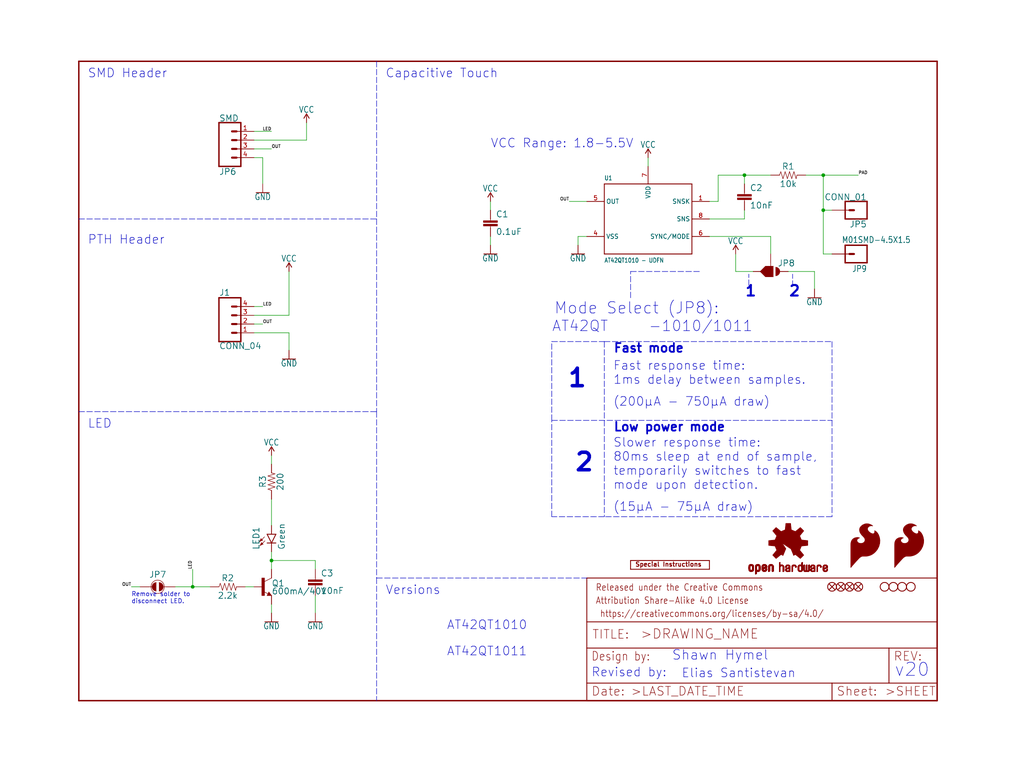
<source format=kicad_sch>
(kicad_sch (version 20211123) (generator eeschema)
  (paper "User" 297.002 223.926)
  (lib_symbols
    (symbol "eagleSchem-eagle-import:0.1UF-0603-25V-(+80{slash}-20%)"
      (property "Reference" "C" (at 1.524 2.921 0))
      (property "Value" "0.1UF-0603-25V-(+80{slash}-20%)" (at 1.524 -2.159 0))
      (symbol "0.1UF-0603-25V-(+80{slash}-20%)_1_0"
        (pin passive line (at 0 5.08 270) (length 2.54) (name "1") (number "1"))
        (pin passive line (at 0 -2.54 90) (length 2.54) (name "2") (number "2"))
      )
    )
    (symbol "eagleSchem-eagle-import:10KOHM-0603-1{slash}10W-1%"
      (property "Reference" "R" (at 0 1.524 0))
      (property "Value" "10KOHM-0603-1{slash}10W-1%" (at 0 -1.524 0))
      (symbol "10KOHM-0603-1{slash}10W-1%_1_0"
        (pin passive line (at -5.08 0 0) (length 2.54) (name "1") (number "1"))
        (pin passive line (at 5.08 0 180) (length 2.54) (name "2") (number "2"))
      )
    )
    (symbol "eagleSchem-eagle-import:10NF-0603-50V-10%"
      (property "Reference" "C" (at 1.524 2.921 0))
      (property "Value" "10NF-0603-50V-10%" (at 1.524 -2.159 0))
      (symbol "10NF-0603-50V-10%_1_0"
        (pin passive line (at 0 5.08 270) (length 2.54) (name "1") (number "1"))
        (pin passive line (at 0 -2.54 90) (length 2.54) (name "2") (number "2"))
      )
    )
    (symbol "eagleSchem-eagle-import:2.2KOHM-0603-1{slash}10W-1%"
      (property "Reference" "R" (at 0 1.524 0))
      (property "Value" "2.2KOHM-0603-1{slash}10W-1%" (at 0 -1.524 0))
      (symbol "2.2KOHM-0603-1{slash}10W-1%_1_0"
        (pin passive line (at -5.08 0 0) (length 2.54) (name "1") (number "1"))
        (pin passive line (at 5.08 0 180) (length 2.54) (name "2") (number "2"))
      )
    )
    (symbol "eagleSchem-eagle-import:200OHM-0603-1{slash}10W-1%"
      (property "Reference" "R" (at 0 1.524 0))
      (property "Value" "200OHM-0603-1{slash}10W-1%" (at 0 -1.524 0))
      (symbol "200OHM-0603-1{slash}10W-1%_1_0"
        (pin passive line (at -5.08 0 0) (length 2.54) (name "1") (number "1"))
        (pin passive line (at 5.08 0 180) (length 2.54) (name "2") (number "2"))
      )
    )
    (symbol "eagleSchem-eagle-import:AT42QT1010UDFN"
      (property "Value" "AT42QT1010UDFN" (at -12.7 -12.7 0))
      (symbol "AT42QT1010UDFN_1_0"
        (pin bidirectional line (at 17.78 5.08 180) (length 5.08) (name "SNSK") (number "1"))
        (pin bidirectional line (at -17.78 -5.08 0) (length 5.08) (name "VSS") (number "4"))
        (pin bidirectional line (at -17.78 5.08 0) (length 5.08) (name "OUT") (number "5"))
        (pin bidirectional line (at 17.78 -5.08 180) (length 5.08) (name "SYNC/MODE") (number "6"))
        (pin bidirectional line (at 0 15.24 270) (length 5.08) (name "VDD") (number "7"))
        (pin bidirectional line (at 17.78 0 180) (length 5.08) (name "SNS") (number "8"))
      )
    )
    (symbol "eagleSchem-eagle-import:CONN_01"
      (property "Reference" "J" (at -2.54 3.048 0))
      (property "Value" "CONN_01" (at -2.54 -4.826 0))
      (symbol "CONN_01_1_0"
        (pin passive line (at 7.62 0 180) (length 5.08) (name "1") (number "1"))
      )
    )
    (symbol "eagleSchem-eagle-import:CONN_04"
      (property "Reference" "J" (at -5.08 8.128 0))
      (property "Value" "CONN_04" (at -5.08 -7.366 0))
      (symbol "CONN_04_1_0"
        (pin passive line (at 5.08 -2.54 180) (length 5.08) (name "1") (number "1"))
        (pin passive line (at 5.08 0 180) (length 5.08) (name "2") (number "2"))
        (pin passive line (at 5.08 2.54 180) (length 5.08) (name "3") (number "3"))
        (pin passive line (at 5.08 5.08 180) (length 5.08) (name "4") (number "4"))
      )
    )
    (symbol "eagleSchem-eagle-import:CONN_04SMD"
      (property "Reference" "J" (at -5.08 8.128 0))
      (property "Value" "CONN_04SMD" (at -5.08 -7.366 0))
      (symbol "CONN_04SMD_1_0"
        (pin passive line (at 5.08 -2.54 180) (length 5.08) (name "1") (number "1"))
        (pin passive line (at 5.08 0 180) (length 5.08) (name "2") (number "2"))
        (pin passive line (at 5.08 2.54 180) (length 5.08) (name "3") (number "3"))
        (pin passive line (at 5.08 5.08 180) (length 5.08) (name "4") (number "4"))
      )
    )
    (symbol "eagleSchem-eagle-import:FIDUCIAL1X2")
    (symbol "eagleSchem-eagle-import:FRAME-LETTER"
      (symbol "FRAME-LETTER_2_0"
        (text " https://creativecommons.org/licenses/by-sa/4.0/" (at 2.54 24.13 0) (effects (font (size 1.9304 1.6408)) (justify left bottom)))
        (text ">DRAWING_NAME" (at 15.494 17.78 0) (effects (font (size 2.7432 2.7432)) (justify left bottom)))
        (text ">LAST_DATE_TIME" (at 12.7 1.27 0) (effects (font (size 2.54 2.54)) (justify left bottom)))
        (text ">SHEET" (at 86.36 1.27 0) (effects (font (size 2.54 2.54)) (justify left bottom)))
        (text "Attribution Share-Alike 4.0 License" (at 2.54 27.94 0) (effects (font (size 1.9304 1.6408)) (justify left bottom)))
        (text "Date:" (at 1.27 1.27 0) (effects (font (size 2.54 2.54)) (justify left bottom)))
        (text "Design by:" (at 1.27 11.43 0) (effects (font (size 2.54 2.159)) (justify left bottom)))
        (text "Released under the Creative Commons" (at 2.54 31.75 0) (effects (font (size 1.9304 1.6408)) (justify left bottom)))
        (text "REV:" (at 88.9 11.43 0) (effects (font (size 2.54 2.54)) (justify left bottom)))
        (text "Sheet:" (at 72.39 1.27 0) (effects (font (size 2.54 2.54)) (justify left bottom)))
        (text "TITLE:" (at 1.524 17.78 0) (effects (font (size 2.54 2.54)) (justify left bottom)))
      )
    )
    (symbol "eagleSchem-eagle-import:GND" (power)
      (property "Value" "GND" (at 0 -0.254 0))
      (symbol "GND_1_0"
        (pin power_in line (at 0 2.54 270) (length 2.54) (name "GND") (number "1"))
      )
    )
    (symbol "eagleSchem-eagle-import:JUMPER-SMT_2_NC_PASTE_SILK"
      (property "Reference" "JP" (at -2.54 2.54 0))
      (property "Value" "JUMPER-SMT_2_NC_PASTE_SILK" (at -2.54 -2.54 0))
      (symbol "JUMPER-SMT_2_NC_PASTE_SILK_1_0"
        (pin passive line (at -5.08 0 0) (length 2.54) (name "1") (number "1"))
        (pin passive line (at 5.08 0 180) (length 2.54) (name "2") (number "2"))
      )
    )
    (symbol "eagleSchem-eagle-import:JUMPER-SMT_3_1-NC_PASTE_SILK"
      (property "Reference" "JP" (at 2.54 0.381 0))
      (property "Value" "JUMPER-SMT_3_1-NC_PASTE_SILK" (at 2.54 -0.381 0))
      (symbol "JUMPER-SMT_3_1-NC_PASTE_SILK_1_0"
        (pin passive line (at 0 5.08 270) (length 2.54) (name "1") (number "1"))
        (pin passive line (at -5.08 0 0) (length 2.54) (name "2") (number "2"))
        (pin passive line (at 0 -5.08 90) (length 2.54) (name "3") (number "3"))
      )
    )
    (symbol "eagleSchem-eagle-import:LED-GREEN1206-BOTTOM"
      (property "Reference" "D" (at -3.429 -4.572 90))
      (property "Value" "LED-GREEN1206-BOTTOM" (at 1.905 -4.572 90))
      (symbol "LED-GREEN1206-BOTTOM_1_0"
        (pin passive line (at 0 2.54 270) (length 2.54) (name "A") (number "A"))
        (pin passive line (at 0 -5.08 90) (length 2.54) (name "C") (number "C"))
      )
    )
    (symbol "eagleSchem-eagle-import:M01SMD-4.5X1.5"
      (property "Reference" "JP" (at -2.54 3.302 0))
      (property "Value" "M01SMD-4.5X1.5" (at -2.54 -5.08 0))
      (symbol "M01SMD-4.5X1.5_1_0"
        (pin passive line (at 7.62 0 180) (length 5.08) (name "1") (number "P$1"))
      )
    )
    (symbol "eagleSchem-eagle-import:OSHW-LOGOS")
    (symbol "eagleSchem-eagle-import:SFE_LOGO_FLAME.2_INCH")
    (symbol "eagleSchem-eagle-import:SPECIAL_INSTRUCTIONS-ORDERING"
      (symbol "SPECIAL_INSTRUCTIONS-ORDERING_1_0"
        (text "Special Instructions" (at 1.27 0.6985 0) (effects (font (size 1.27 1.27) (thickness 0.254) bold) (justify left bottom)))
      )
    )
    (symbol "eagleSchem-eagle-import:STAND-OFF")
    (symbol "eagleSchem-eagle-import:TRANS_NPN-MMBT2222AL"
      (property "Reference" "Q" (at 2.54 0 0))
      (property "Value" "TRANS_NPN-MMBT2222AL" (at 2.54 -2.286 0))
      (symbol "TRANS_NPN-MMBT2222AL_1_0"
        (pin passive line (at -2.54 0 0) (length 2.54) (name "B") (number "1"))
        (pin passive line (at 2.54 -5.08 90) (length 2.54) (name "E") (number "2"))
        (pin passive line (at 2.54 5.08 270) (length 2.54) (name "C") (number "3"))
      )
    )
    (symbol "eagleSchem-eagle-import:VCC" (power)
      (property "Value" "VCC" (at 0 2.794 0))
      (symbol "VCC_1_0"
        (pin power_in line (at 0 0 90) (length 2.54) (name "VCC") (number "1"))
      )
    )
  )
  (junction (at 238.76 60.96))
  (junction (at 55.88 170.18))
  (junction (at 78.74 162.56))
  (junction (at 215.9 50.8))
  (junction (at 238.76 50.8))
  (polyline (pts (xy 160.02 121.92) (xy 160.02 99.06)))
  (wire (pts (xy 78.74 134.62) (xy 78.74 132.08)))
  (wire (pts (xy 218.44 78.74) (xy 213.36 78.74)))
  (wire (pts (xy 208.28 50.8) (xy 215.9 50.8)))
  (wire (pts (xy 205.74 68.58) (xy 223.52 68.58)))
  (polyline (pts (xy 241.3 149.86) (xy 175.26 149.86)))
  (polyline (pts (xy 109.22 63.5) (xy 109.22 119.38)))
  (wire (pts (xy 50.8 170.18) (xy 55.88 170.18)))
  (wire (pts (xy 76.2 93.98) (xy 73.66 93.98)))
  (wire (pts (xy 83.82 96.52) (xy 83.82 101.6)))
  (wire (pts (xy 223.52 68.58) (xy 223.52 73.66)))
  (wire (pts (xy 40.64 170.18) (xy 38.1 170.18)))
  (polyline (pts (xy 175.26 149.86) (xy 160.02 149.86)))
  (polyline (pts (xy 109.22 167.64) (xy 109.22 203.2)))
  (wire (pts (xy 91.44 172.72) (xy 91.44 177.8)))
  (wire (pts (xy 91.44 162.56) (xy 91.44 165.1)))
  (wire (pts (xy 215.9 53.34) (xy 215.9 50.8)))
  (polyline (pts (xy 109.22 17.78) (xy 109.22 63.5)))
  (wire (pts (xy 71.12 170.18) (xy 73.66 170.18)))
  (wire (pts (xy 238.76 60.96) (xy 238.76 73.66)))
  (wire (pts (xy 238.76 50.8) (xy 248.92 50.8)))
  (wire (pts (xy 236.22 78.74) (xy 236.22 83.82)))
  (wire (pts (xy 73.66 91.44) (xy 83.82 91.44)))
  (polyline (pts (xy 241.3 99.06) (xy 241.3 121.92)))
  (wire (pts (xy 73.66 43.18) (xy 78.74 43.18)))
  (wire (pts (xy 238.76 73.66) (xy 241.3 73.66)))
  (wire (pts (xy 205.74 63.5) (xy 215.9 63.5)))
  (polyline (pts (xy 182.88 78.74) (xy 203.2 78.74)))
  (wire (pts (xy 205.74 58.42) (xy 208.28 58.42)))
  (polyline (pts (xy 217.17 82.804) (xy 217.17 79.502)))
  (polyline (pts (xy 229.87 83.058) (xy 229.87 79.502)))
  (wire (pts (xy 78.74 162.56) (xy 91.44 162.56)))
  (polyline (pts (xy 109.22 119.38) (xy 109.22 167.64)))
  (wire (pts (xy 73.66 45.72) (xy 76.2 45.72)))
  (polyline (pts (xy 175.26 99.06) (xy 175.26 149.86)))
  (wire (pts (xy 142.24 68.58) (xy 142.24 71.12)))
  (polyline (pts (xy 160.02 121.92) (xy 241.3 121.92)))
  (wire (pts (xy 55.88 170.18) (xy 60.96 170.18)))
  (wire (pts (xy 73.66 38.1) (xy 78.74 38.1)))
  (wire (pts (xy 238.76 60.96) (xy 238.76 50.8)))
  (polyline (pts (xy 160.02 149.86) (xy 160.02 121.92)))
  (wire (pts (xy 213.36 78.74) (xy 213.36 73.66)))
  (wire (pts (xy 83.82 96.52) (xy 73.66 96.52)))
  (polyline (pts (xy 22.86 119.38) (xy 109.22 119.38)))
  (polyline (pts (xy 241.3 121.92) (xy 241.3 149.86)))
  (wire (pts (xy 187.96 45.72) (xy 187.96 48.26)))
  (polyline (pts (xy 175.26 99.06) (xy 241.3 99.06)))
  (wire (pts (xy 78.74 165.1) (xy 78.74 162.56)))
  (wire (pts (xy 142.24 58.42) (xy 142.24 60.96)))
  (wire (pts (xy 78.74 152.4) (xy 78.74 144.78)))
  (polyline (pts (xy 109.22 167.64) (xy 170.18 167.64)))
  (wire (pts (xy 233.68 50.8) (xy 238.76 50.8)))
  (polyline (pts (xy 160.02 99.06) (xy 175.26 99.06)))
  (wire (pts (xy 83.82 91.44) (xy 83.82 78.74)))
  (wire (pts (xy 55.88 170.18) (xy 55.88 165.1)))
  (wire (pts (xy 228.6 78.74) (xy 236.22 78.74)))
  (polyline (pts (xy 22.86 63.5) (xy 109.22 63.5)))
  (polyline (pts (xy 182.88 86.36) (xy 182.88 78.74)))
  (wire (pts (xy 73.66 88.9) (xy 76.2 88.9)))
  (wire (pts (xy 167.64 68.58) (xy 167.64 71.12)))
  (wire (pts (xy 215.9 50.8) (xy 223.52 50.8)))
  (wire (pts (xy 88.9 40.64) (xy 88.9 35.56)))
  (wire (pts (xy 78.74 162.56) (xy 78.74 160.02)))
  (wire (pts (xy 170.18 58.42) (xy 165.1 58.42)))
  (wire (pts (xy 215.9 63.5) (xy 215.9 60.96)))
  (wire (pts (xy 78.74 175.26) (xy 78.74 177.8)))
  (wire (pts (xy 73.66 40.64) (xy 88.9 40.64)))
  (wire (pts (xy 241.3 60.96) (xy 238.76 60.96)))
  (wire (pts (xy 76.2 45.72) (xy 76.2 53.34)))
  (wire (pts (xy 208.28 58.42) (xy 208.28 50.8)))
  (wire (pts (xy 170.18 68.58) (xy 167.64 68.58)))
  (text "-1010/1011" (at 203.2 96.52 180) (effects (font (size 3.048 3.048)) (justify bottom)))
  (text "v20" (at 259.334 196.596 180) (effects (font (size 3.81 3.81)) (justify left bottom)))
  (text "SMD Header" (at 25.4 22.86 180) (effects (font (size 2.54 2.54)) (justify left bottom)))
  (text "Fast response time:\n1ms delay between samples." (at 177.8 111.76 180) (effects (font (size 2.54 2.54)) (justify left bottom)))
  (text "AT42QT1011" (at 129.54 190.5 180) (effects (font (size 2.54 2.54)) (justify left bottom)))
  (text "Elias Santistevan" (at 197.612 196.85 180) (effects (font (size 2.54 2.54)) (justify left bottom)))
  (text "(15µA - 75µA draw)" (at 177.8 148.59 180) (effects (font (size 2.54 2.54)) (justify left bottom)))
  (text "Capacitive Touch" (at 111.76 22.86 180) (effects (font (size 2.54 2.54)) (justify left bottom)))
  (text "AT42QT1010" (at 129.54 182.88 180) (effects (font (size 2.54 2.54)) (justify left bottom)))
  (text "1" (at 164.338 112.776 180) (effects (font (size 5.08 5.08) (thickness 1.016) bold) (justify left bottom)))
  (text "VCC Range: 1.8-5.5V" (at 142.24 43.18 180) (effects (font (size 2.54 2.54)) (justify left bottom)))
  (text "Remove solder to\ndisconnect LED." (at 38.1 175.26 180) (effects (font (size 1.27 1.27)) (justify left bottom)))
  (text "Mode Select (JP8):" (at 184.658 91.44 180) (effects (font (size 3.302 3.302)) (justify bottom)))
  (text "2" (at 166.37 137.16 180) (effects (font (size 5.08 5.08) (thickness 1.016) bold) (justify left bottom)))
  (text "PTH Header" (at 25.4 71.12 180) (effects (font (size 2.54 2.54)) (justify left bottom)))
  (text "Versions" (at 111.76 172.72 180) (effects (font (size 2.54 2.54)) (justify left bottom)))
  (text "(200µA - 750µA draw)" (at 177.8 118.11 180) (effects (font (size 2.54 2.54)) (justify left bottom)))
  (text "Revised by:" (at 171.45 196.596 180) (effects (font (size 2.54 2.54)) (justify left bottom)))
  (text "1" (at 215.9 86.36 180) (effects (font (size 3.048 3.048) (thickness 0.6096) bold) (justify left bottom)))
  (text "AT42QT" (at 160.02 96.52 180) (effects (font (size 3.048 3.048)) (justify left bottom)))
  (text "Shawn Hymel" (at 194.818 191.77 180) (effects (font (size 2.794 2.794)) (justify left bottom)))
  (text "LED" (at 25.4 124.46 180) (effects (font (size 2.54 2.54)) (justify left bottom)))
  (text "2" (at 228.6 86.36 180) (effects (font (size 3.048 3.048) (thickness 0.6096) bold) (justify left bottom)))
  (text "Low power mode" (at 177.8 125.476 180) (effects (font (size 2.54 2.54) (thickness 0.508) bold) (justify left bottom)))
  (text "Slower response time:\n80ms sleep at end of sample,\ntemporarily switches to fast\nmode upon detection." (at 177.8 142.24 0) (effects (font (size 2.54 2.54)) (justify left bottom)))
  (text "Fast mode" (at 177.8 102.616 180) (effects (font (size 2.54 2.54) (thickness 0.508) bold) (justify left bottom)))
  (label "LED" (at 78.74 38.1 180) (effects (font (size 0.889 0.889))))
  (label "PAD" (at 248.92 50.8 0) (effects (font (size 0.889 0.889))))
  (label "LED" (at 55.88 165.1 90) (effects (font (size 0.889 0.889))))
  (label "OUT" (at 76.2 93.98 0) (effects (font (size 0.889 0.889))))
  (label "OUT" (at 165.1 58.42 180) (effects (font (size 0.889 0.889))))
  (label "OUT" (at 38.1 170.18 180) (effects (font (size 0.889 0.889))))
  (label "OUT" (at 78.74 43.18 0) (effects (font (size 0.889 0.889))))
  (label "LED" (at 76.2 88.9 0) (effects (font (size 0.889 0.889))))
  (symbol (lib_id "eagleSchem-eagle-import:SPECIAL_INSTRUCTIONS-ORDERING") (at 182.88 165.1 0) (unit 1)
    (property "Reference" "U$1" (effects hide))
    (property "Value" "SPECIAL_INSTRUCTIONS-ORDERING" (effects hide))
    (property "Footprint" "eagleSchem:ORDERING_INSTRUCTIONS" (effects hide))
  )
  (symbol (lib_id "eagleSchem-eagle-import:TRANS_NPN-MMBT2222AL") (at 76.2 170.18 0) (unit 1)
    (property "Reference" "Q1" (at 78.74 170.18 0) (effects (font (size 1.778 1.778)) (justify left bottom)))
    (property "Value" "600mA/40V" (at 78.74 172.466 0) (effects (font (size 1.778 1.778)) (justify left bottom)))
    (property "Footprint" "eagleSchem:SOT23-3" (effects hide))
  )
  (symbol (lib_id "eagleSchem-eagle-import:SFE_LOGO_FLAME.2_INCH") (at 246.38 165.1 0) (unit 1)
    (property "Reference" "LOGO4" (effects hide))
    (property "Value" "SFE_LOGO_FLAME.2_INCH" (effects hide))
    (property "Footprint" "eagleSchem:SFE_LOGO_FLAME_.2" (effects hide))
  )
  (symbol (lib_id "eagleSchem-eagle-import:SFE_LOGO_FLAME.2_INCH") (at 259.08 165.1 0) (unit 1)
    (property "Reference" "LOGO1" (effects hide))
    (property "Value" "SFE_LOGO_FLAME.2_INCH" (effects hide))
    (property "Footprint" "eagleSchem:SFE_LOGO_FLAME_.2" (effects hide))
  )
  (symbol (lib_id "eagleSchem-eagle-import:10KOHM-0603-1{slash}10W-1%") (at 228.6 50.8 0) (unit 1)
    (property "Reference" "R1" (at 228.6 49.276 0) (effects (font (size 1.778 1.778)) (justify bottom)))
    (property "Value" "10k" (at 228.6 52.324 0) (effects (font (size 1.778 1.778)) (justify top)))
    (property "Footprint" "eagleSchem:0603" (effects hide))
  )
  (symbol (lib_id "eagleSchem-eagle-import:LED-GREEN1206-BOTTOM") (at 78.74 154.94 0) (unit 1)
    (property "Reference" "LED1" (at 75.311 159.512 90) (effects (font (size 1.778 1.778)) (justify left bottom)))
    (property "Value" "Green" (at 80.645 159.512 90) (effects (font (size 1.778 1.778)) (justify left top)))
    (property "Footprint" "eagleSchem:LED-1206-BOTTOM" (effects hide))
  )
  (symbol (lib_id "eagleSchem-eagle-import:CONN_04") (at 68.58 93.98 0) (unit 1)
    (property "Reference" "J1" (at 63.5 85.852 0) (effects (font (size 1.778 1.778)) (justify left bottom)))
    (property "Value" "CONN_04" (at 63.5 101.346 0) (effects (font (size 1.778 1.778)) (justify left bottom)))
    (property "Footprint" "eagleSchem:1X04" (effects hide))
  )
  (symbol (lib_id "eagleSchem-eagle-import:VCC") (at 142.24 58.42 0) (unit 1)
    (property "Reference" "#SUPPLY3" (effects hide))
    (property "Value" "VCC" (at 142.24 55.626 0) (effects (font (size 1.778 1.5113)) (justify bottom)))
    (property "Footprint" "eagleSchem:" (effects hide))
  )
  (symbol (lib_id "eagleSchem-eagle-import:2.2KOHM-0603-1{slash}10W-1%") (at 66.04 170.18 0) (unit 1)
    (property "Reference" "R2" (at 66.04 168.656 0) (effects (font (size 1.778 1.778)) (justify bottom)))
    (property "Value" "2.2k" (at 66.04 171.704 0) (effects (font (size 1.778 1.778)) (justify top)))
    (property "Footprint" "eagleSchem:0603" (effects hide))
  )
  (symbol (lib_id "eagleSchem-eagle-import:GND") (at 91.44 180.34 0) (unit 1)
    (property "Reference" "#GND6" (effects hide))
    (property "Value" "GND" (at 91.44 180.594 0) (effects (font (size 1.778 1.5113)) (justify top)))
    (property "Footprint" "eagleSchem:" (effects hide))
  )
  (symbol (lib_id "eagleSchem-eagle-import:10NF-0603-50V-10%") (at 215.9 58.42 0) (unit 1)
    (property "Reference" "C2" (at 217.424 55.499 0) (effects (font (size 1.778 1.778)) (justify left bottom)))
    (property "Value" "10nF" (at 217.424 60.579 0) (effects (font (size 1.778 1.778)) (justify left bottom)))
    (property "Footprint" "eagleSchem:0603" (effects hide))
  )
  (symbol (lib_id "eagleSchem-eagle-import:VCC") (at 88.9 35.56 0) (unit 1)
    (property "Reference" "#SUPPLY6" (effects hide))
    (property "Value" "VCC" (at 88.9 32.766 0) (effects (font (size 1.778 1.5113)) (justify bottom)))
    (property "Footprint" "eagleSchem:" (effects hide))
  )
  (symbol (lib_id "eagleSchem-eagle-import:GND") (at 236.22 86.36 0) (unit 1)
    (property "Reference" "#GND3" (effects hide))
    (property "Value" "GND" (at 236.22 86.614 0) (effects (font (size 1.778 1.5113)) (justify top)))
    (property "Footprint" "eagleSchem:" (effects hide))
  )
  (symbol (lib_id "eagleSchem-eagle-import:CONN_04SMD") (at 68.58 40.64 0) (mirror x) (unit 1)
    (property "Reference" "JP6" (at 63.5 48.768 0) (effects (font (size 1.778 1.778)) (justify left bottom)))
    (property "Value" "SMD" (at 63.5 33.274 0) (effects (font (size 1.778 1.778)) (justify left bottom)))
    (property "Footprint" "eagleSchem:1X04_SMD_RA_MALE" (effects hide))
  )
  (symbol (lib_id "eagleSchem-eagle-import:FIDUCIAL1X2") (at 246.38 170.18 0) (unit 1)
    (property "Reference" "FID3" (effects hide))
    (property "Value" "FIDUCIAL1X2" (effects hide))
    (property "Footprint" "eagleSchem:FIDUCIAL-1X2" (effects hide))
  )
  (symbol (lib_id "eagleSchem-eagle-import:10NF-0603-50V-10%") (at 91.44 170.18 0) (unit 1)
    (property "Reference" "C3" (at 92.964 167.259 0) (effects (font (size 1.778 1.778)) (justify left bottom)))
    (property "Value" "10nF" (at 92.964 172.339 0) (effects (font (size 1.778 1.778)) (justify left bottom)))
    (property "Footprint" "eagleSchem:0603" (effects hide))
  )
  (symbol (lib_id "eagleSchem-eagle-import:GND") (at 78.74 180.34 0) (unit 1)
    (property "Reference" "#GND5" (effects hide))
    (property "Value" "GND" (at 78.74 180.594 0) (effects (font (size 1.778 1.5113)) (justify top)))
    (property "Footprint" "eagleSchem:" (effects hide))
  )
  (symbol (lib_id "eagleSchem-eagle-import:FRAME-LETTER") (at 170.18 203.2 0) (unit 2)
    (property "Reference" "FRAME1" (effects hide))
    (property "Value" "FRAME-LETTER" (effects hide))
    (property "Footprint" "eagleSchem:CREATIVE_COMMONS" (effects hide))
  )
  (symbol (lib_id "eagleSchem-eagle-import:CONN_01") (at 248.92 60.96 180) (unit 1)
    (property "Reference" "JP5" (at 251.46 64.008 0) (effects (font (size 1.778 1.778)) (justify left bottom)))
    (property "Value" "CONN_01" (at 251.46 56.134 0) (effects (font (size 1.778 1.778)) (justify left bottom)))
    (property "Footprint" "eagleSchem:1X01" (effects hide))
  )
  (symbol (lib_id "eagleSchem-eagle-import:VCC") (at 213.36 73.66 0) (unit 1)
    (property "Reference" "#SUPPLY5" (effects hide))
    (property "Value" "VCC" (at 213.36 70.866 0) (effects (font (size 1.778 1.5113)) (justify bottom)))
    (property "Footprint" "eagleSchem:" (effects hide))
  )
  (symbol (lib_id "eagleSchem-eagle-import:GND") (at 76.2 55.88 0) (unit 1)
    (property "Reference" "#GND7" (effects hide))
    (property "Value" "GND" (at 76.2 56.134 0) (effects (font (size 1.778 1.5113)) (justify top)))
    (property "Footprint" "eagleSchem:" (effects hide))
  )
  (symbol (lib_id "eagleSchem-eagle-import:0.1UF-0603-25V-(+80{slash}-20%)") (at 142.24 66.04 0) (unit 1)
    (property "Reference" "C1" (at 143.764 63.119 0) (effects (font (size 1.778 1.778)) (justify left bottom)))
    (property "Value" "0.1uF" (at 143.764 68.199 0) (effects (font (size 1.778 1.778)) (justify left bottom)))
    (property "Footprint" "eagleSchem:0603" (effects hide))
  )
  (symbol (lib_id "eagleSchem-eagle-import:VCC") (at 187.96 45.72 0) (unit 1)
    (property "Reference" "#SUPPLY1" (effects hide))
    (property "Value" "VCC" (at 187.96 42.926 0) (effects (font (size 1.778 1.5113)) (justify bottom)))
    (property "Footprint" "eagleSchem:" (effects hide))
  )
  (symbol (lib_id "eagleSchem-eagle-import:AT42QT1010UDFN") (at 187.96 63.5 0) (unit 1)
    (property "Reference" "U1" (at 175.26 52.324 0) (effects (font (size 1.27 1.0795)) (justify left bottom)))
    (property "Value" "AT42QT1010 - UDFN" (at 175.26 76.2 0) (effects (font (size 1.27 1.0795)) (justify left bottom)))
    (property "Footprint" "eagleSchem:UDFN_USON_8_PAD" (effects hide))
  )
  (symbol (lib_id "eagleSchem-eagle-import:JUMPER-SMT_3_1-NC_PASTE_SILK") (at 223.52 78.74 270) (unit 1)
    (property "Reference" "JP8" (at 230.632 75.311 90) (effects (font (size 1.778 1.778)) (justify right top)))
    (property "Value" "JUMPER-SMT_3_1-NC_PASTE_SILK" (effects hide))
    (property "Footprint" "eagleSchem:SMT-JUMPER_3_1-NC_PASTE_SILK" (effects hide))
  )
  (symbol (lib_id "eagleSchem-eagle-import:GND") (at 142.24 73.66 0) (unit 1)
    (property "Reference" "#GND2" (effects hide))
    (property "Value" "GND" (at 142.24 73.914 0) (effects (font (size 1.778 1.5113)) (justify top)))
    (property "Footprint" "eagleSchem:" (effects hide))
  )
  (symbol (lib_id "eagleSchem-eagle-import:200OHM-0603-1{slash}10W-1%") (at 78.74 139.7 90) (unit 1)
    (property "Reference" "R3" (at 77.216 139.7 0) (effects (font (size 1.778 1.778)) (justify bottom)))
    (property "Value" "200" (at 80.264 139.7 0) (effects (font (size 1.778 1.778)) (justify top)))
    (property "Footprint" "eagleSchem:0603" (effects hide))
  )
  (symbol (lib_id "eagleSchem-eagle-import:VCC") (at 83.82 78.74 0) (unit 1)
    (property "Reference" "#SUPPLY2" (effects hide))
    (property "Value" "VCC" (at 83.82 75.946 0) (effects (font (size 1.778 1.5113)) (justify bottom)))
    (property "Footprint" "eagleSchem:" (effects hide))
  )
  (symbol (lib_id "eagleSchem-eagle-import:FIDUCIAL1X2") (at 243.84 170.18 0) (unit 1)
    (property "Reference" "FID2" (effects hide))
    (property "Value" "FIDUCIAL1X2" (effects hide))
    (property "Footprint" "eagleSchem:FIDUCIAL-1X2" (effects hide))
  )
  (symbol (lib_id "eagleSchem-eagle-import:GND") (at 167.64 73.66 0) (unit 1)
    (property "Reference" "#GND4" (effects hide))
    (property "Value" "GND" (at 167.64 73.914 0) (effects (font (size 1.778 1.5113)) (justify top)))
    (property "Footprint" "eagleSchem:" (effects hide))
  )
  (symbol (lib_id "eagleSchem-eagle-import:OSHW-LOGOS") (at 228.6 157.48 0) (unit 1)
    (property "Reference" "LOGO2" (effects hide))
    (property "Value" "OSHW-LOGOS" (effects hide))
    (property "Footprint" "eagleSchem:OSHW-LOGO-S" (effects hide))
  )
  (symbol (lib_id "eagleSchem-eagle-import:FIDUCIAL1X2") (at 241.3 170.18 0) (unit 1)
    (property "Reference" "FID4" (effects hide))
    (property "Value" "FIDUCIAL1X2" (effects hide))
    (property "Footprint" "eagleSchem:FIDUCIAL-1X2" (effects hide))
  )
  (symbol (lib_id "eagleSchem-eagle-import:STAND-OFF") (at 259.08 170.18 0) (unit 1)
    (property "Reference" "STANDOFF3" (effects hide))
    (property "Value" "STAND-OFF" (effects hide))
    (property "Footprint" "eagleSchem:STAND-OFF" (effects hide))
  )
  (symbol (lib_id "eagleSchem-eagle-import:GND") (at 83.82 104.14 0) (unit 1)
    (property "Reference" "#GND1" (effects hide))
    (property "Value" "GND" (at 83.82 104.394 0) (effects (font (size 1.778 1.5113)) (justify top)))
    (property "Footprint" "eagleSchem:" (effects hide))
  )
  (symbol (lib_id "eagleSchem-eagle-import:STAND-OFF") (at 256.54 170.18 0) (unit 1)
    (property "Reference" "STANDOFF4" (effects hide))
    (property "Value" "STAND-OFF" (effects hide))
    (property "Footprint" "eagleSchem:STAND-OFF" (effects hide))
  )
  (symbol (lib_id "eagleSchem-eagle-import:STAND-OFF") (at 261.62 170.18 0) (unit 1)
    (property "Reference" "STANDOFF2" (effects hide))
    (property "Value" "STAND-OFF" (effects hide))
    (property "Footprint" "eagleSchem:STAND-OFF" (effects hide))
  )
  (symbol (lib_id "eagleSchem-eagle-import:VCC") (at 78.74 132.08 0) (unit 1)
    (property "Reference" "#SUPPLY4" (effects hide))
    (property "Value" "VCC" (at 78.74 129.286 0) (effects (font (size 1.778 1.5113)) (justify bottom)))
    (property "Footprint" "eagleSchem:" (effects hide))
  )
  (symbol (lib_id "eagleSchem-eagle-import:FIDUCIAL1X2") (at 248.92 170.18 0) (unit 1)
    (property "Reference" "FID1" (effects hide))
    (property "Value" "FIDUCIAL1X2" (effects hide))
    (property "Footprint" "eagleSchem:FIDUCIAL-1X2" (effects hide))
  )
  (symbol (lib_id "eagleSchem-eagle-import:FRAME-LETTER") (at 22.86 203.2 0) (unit 1)
    (property "Reference" "FRAME1" (effects hide))
    (property "Value" "FRAME-LETTER" (effects hide))
    (property "Footprint" "eagleSchem:CREATIVE_COMMONS" (effects hide))
  )
  (symbol (lib_id "eagleSchem-eagle-import:M01SMD-4.5X1.5") (at 248.92 73.66 180) (unit 1)
    (property "Reference" "JP9" (at 251.46 76.962 0) (effects (font (size 1.778 1.5113)) (justify left bottom)))
    (property "Value" "M01SMD-4.5X1.5" (at 264.16 68.58 0) (effects (font (size 1.778 1.5113)) (justify left bottom)))
    (property "Footprint" "eagleSchem:PAD-1.5X4.5" (effects hide))
  )
  (symbol (lib_id "eagleSchem-eagle-import:STAND-OFF") (at 264.16 170.18 0) (unit 1)
    (property "Reference" "STANDOFF1" (effects hide))
    (property "Value" "STAND-OFF" (effects hide))
    (property "Footprint" "eagleSchem:STAND-OFF" (effects hide))
  )
  (symbol (lib_id "eagleSchem-eagle-import:JUMPER-SMT_2_NC_PASTE_SILK") (at 45.72 170.18 0) (unit 1)
    (property "Reference" "JP7" (at 43.18 167.64 0) (effects (font (size 1.778 1.778)) (justify left bottom)))
    (property "Value" "JUMPER-SMT_2_NC_PASTE_SILK" (effects hide))
    (property "Footprint" "eagleSchem:SMT-JUMPER_2_NC_PASTE_SILK" (effects hide))
  )
)
</source>
